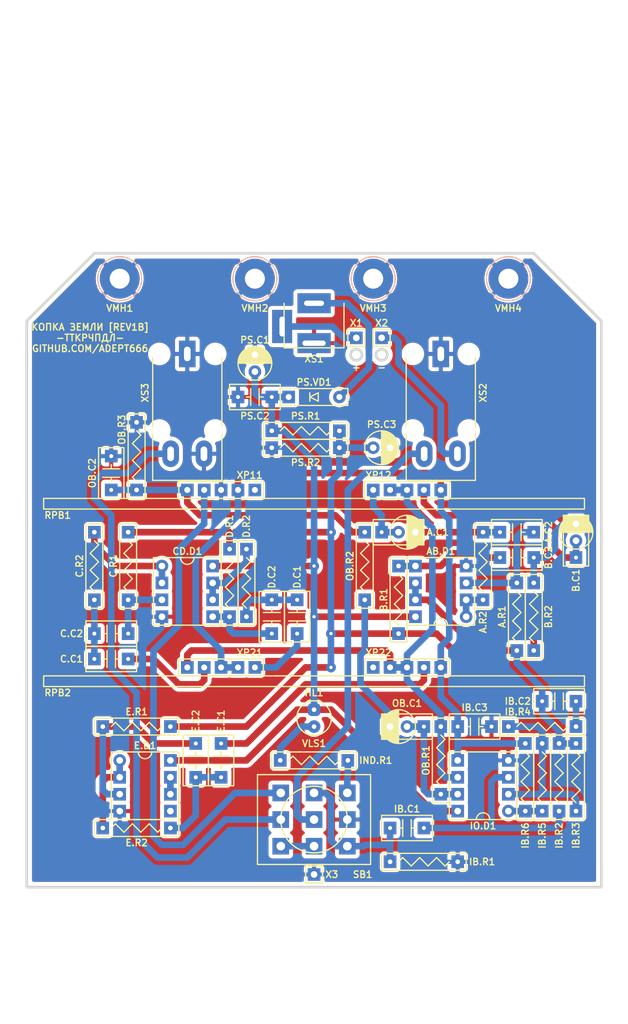
<source format=kicad_pcb>
(kicad_pcb (version 20171130) (host pcbnew 5.1.6-c6e7f7d~87~ubuntu19.10.1)
  (title_block (title "Копка Земли (Standard-Tuned)") (date 2023-03-01) (rev 1B) (company "Igor Ivanov") (comment 1 https://github.com/Adept666) (comment 2 "This project is licensed under GNU General Public License v3.0 or later"))
  (layers (0 F.Cu jumper) (31 B.Cu signal) (37 F.SilkS user) (38 B.Mask user) (39 F.Mask user) (44 Edge.Cuts user))
  (net 0 "")
  (net 1 COM)
  (net 2 "Net-(HL1-PadC)")
  (net 3 /LED)
  (net 4 /PP3-POS)
  (net 5 /PP3-NEG)
  (net 6 VREF)
  (net 7 "Net-(A.C2-Pad2)")
  (net 8 "Net-(IB.C1-Pad2)")
  (net 9 "Net-(IB.C2-Pad2)")
  (net 10 /CUT-RAIL)
  (net 11 "Net-(IB.R3-Pad2)")
  (net 12 "Net-(IB.R5-Pad2)")
  (net 13 /BOOST-RAIL)
  (net 14 "Net-(IO.D1-Pad7)")
  (net 15 "Net-(OB.C2-Pad1)")
  (net 16 "Net-(C.C1-Pad1)")
  (net 17 "Net-(C.C1-Pad2)")
  (net 18 "Net-(C.C2-Pad2)")
  (net 19 "Net-(D.C1-Pad1)")
  (net 20 "Net-(D.C1-Pad2)")
  (net 21 "Net-(E.C1-Pad1)")
  (net 22 "Net-(E.C1-Pad2)")
  (net 23 "Net-(E.C2-Pad2)")
  (net 24 "Net-(E.D1-Pad6)")
  (net 25 "Net-(A.R2-Pad2)")
  (net 26 "Net-(AB.D1-Pad5)")
  (net 27 "Net-(AB.D1-Pad6)")
  (net 28 "Net-(C.R2-Pad2)")
  (net 29 "Net-(CD.D1-Pad5)")
  (net 30 "Net-(CD.D1-Pad6)")
  (net 31 "Net-(E.D1-Pad1)")
  (net 32 "Net-(E.D1-Pad5)")
  (net 33 V)
  (net 34 "Net-(PS.VD1-PadA)")
  (net 35 /IN-CIR)
  (net 36 /IN-CON)
  (net 37 "Net-(SB1-PadNC1)")
  (net 38 /OUT-CIR)
  (net 39 /OUT-CON)
  (net 40 "Net-(A.C1-Pad+)")
  (net 41 "Net-(A.C1-Pad-)")
  (net 42 "Net-(B.C1-Pad+)")
  (net 43 "Net-(B.C1-Pad-)")
  (net 44 "Net-(OB.C1-Pad-)")
  (module KCL-TH-ML:CON-PAD-S-1.0-1.9 (layer F.Cu) (at 105.41 186.055)
    (fp_text reference X3 (at 1.5875 0) (layer F.SilkS) (effects (font (thickness 0.2)) (justify left)))
    (fp_text value COM)
    (pad 1 thru_hole rect (at 0 0) (size 1.9 1.9) (drill 1) (layers *.Cu *.Mask) (net 1 COM))
  )
  (module KCL-TH-ML:CON-PAD-S-1.0-1.9 (layer F.Cu) (at 115.57 105.41)
    (fp_text reference X2 (at 0 -2.2225) (layer F.SilkS) (effects (font (thickness 0.2))))
    (fp_text value -)
    (pad 1 thru_hole rect (at 0 0) (size 1.9 1.9) (drill 1) (layers *.Cu *.Mask) (net 5 /PP3-NEG))
  )
  (module KCL-TH-ML:CON-PAD-S-1.0-1.9 (layer F.Cu) (at 111.76 105.41)
    (fp_text reference X1 (at 0 -2.2225) (layer F.SilkS) (effects (font (thickness 0.2))))
    (fp_text value +)
    (pad 1 thru_hole rect (at 0 0) (size 1.9 1.9) (drill 1) (layers *.Cu *.Mask) (net 4 /PP3-POS))
  )
  (module KCL-TH-ML:VMH-STA-DA5-PNL-3.0 (layer F.Cu) (at 134.62 96.52)
    (fp_text reference VMH4 (at 0 4.445) (layer F.SilkS) (effects (font (thickness 0.2))))
    (fp_text value DI5M3x18)
    (pad 0 thru_hole circle (at 0 0) (size 6 6) (drill 3) (layers *.Cu *.Mask) (net 1 COM))
  )
  (module KCL-TH-ML:VMH-STA-DA5-PNL-3.0 (layer F.Cu) (at 114.3 96.52)
    (fp_text reference VMH3 (at 0 4.445) (layer F.SilkS) (effects (font (thickness 0.2))))
    (fp_text value DI5M3x18)
    (pad 0 thru_hole circle (at 0 0) (size 6 6) (drill 3) (layers *.Cu *.Mask) (net 1 COM))
  )
  (module KCL-TH-ML:VMH-STA-DA5-PNL-3.0 (layer F.Cu) (at 96.52 96.52)
    (fp_text reference VMH2 (at 0 4.445) (layer F.SilkS) (effects (font (thickness 0.2))))
    (fp_text value DI5M3x18)
    (pad 0 thru_hole circle (at 0 0) (size 6 6) (drill 3) (layers *.Cu *.Mask) (net 1 COM))
  )
  (module KCL-TH-ML:VMH-STA-DA5-PNL-3.0 (layer F.Cu) (at 76.2 96.52)
    (fp_text reference VMH1 (at 0 4.445) (layer F.SilkS) (effects (font (thickness 0.2))))
    (fp_text value DI5M3x18)
    (pad 0 thru_hole circle (at 0 0) (size 6 6) (drill 3) (layers *.Cu *.Mask) (net 1 COM))
  )
  (module KCL-VIRTUAL:VLS-BR (layer F.Cu) (at 105.41 162.56)
    (fp_text reference VLS1 (at 0 3.81) (layer F.SilkS) (effects (font (thickness 0.2))))
    (fp_text value BR-12.7)
  )
  (module KCL-TH-ML:LED-ROUND-05.0-UNI-SH-SPACER-PNL-5.3 (layer F.Cu) (at 105.41 162.56 90)
    (fp_text reference HL1 (at 3.81 0 180) (layer F.SilkS) (effects (font (thickness 0.2))))
    (fp_text value FYL-5013UWC)
    (pad C thru_hole circle (at -1.27 0 90) (size 1.9 1.9) (drill 0.7) (layers *.Cu *.Mask) (net 2 "Net-(HL1-PadC)"))
    (pad A thru_hole roundrect (at 1.27 0 90) (size 1.9 1.9) (drill 0.7) (layers *.Cu *.Mask) (roundrect_rratio 0.3) (net 33 V))
  )
  (module KCL-VIRTUAL:B-PP3-HV (layer F.Cu) (at 105.41 196.85)
    (fp_text reference GB1 hide)
    (fp_text value PP3 hide)
  )
  (module SBKCL-TH-ML:RPB-1590BB-18-3x17-1.6-PNL-7.4-2.8 (layer F.Cu) (at 105.41 143.71)
    (fp_text reference RPB2 (at -40.64 15.04) (layer F.SilkS) (effects (font (thickness 0.2)) (justify left)))
    (fp_text value B50K-B50K-B50K)
    (fp_text user XP21 (at -7.62 9.0075) (layer F.SilkS) (effects (font (thickness 0.2)) (justify right)))
    (fp_text user XP22 (at 7.62 9.0075) (layer F.SilkS) (effects (font (thickness 0.2)) (justify left)))
    (pad 22 thru_hole rect (at 8.89 11.23) (size 1.9 1.9) (drill 0.9) (layers *.Cu *.Mask) (net 19 "Net-(D.C1-Pad1)"))
    (pad 23 thru_hole rect (at 11.43 11.23) (size 1.9 1.9) (drill 0.9) (layers *.Cu *.Mask) (net 13 /BOOST-RAIL))
    (pad 33 thru_hole rect (at 13.97 11.23) (size 1.9 1.9) (drill 0.9) (layers *.Cu *.Mask) (net 13 /BOOST-RAIL))
    (pad 32 thru_hole rect (at 16.51 11.23) (size 1.9 1.9) (drill 0.9) (layers *.Cu *.Mask) (net 21 "Net-(E.C1-Pad1)"))
    (pad 31 thru_hole rect (at 19.05 11.23) (size 1.9 1.9) (drill 0.9) (layers *.Cu *.Mask) (net 10 /CUT-RAIL))
    (pad 22 thru_hole rect (at -8.89 11.23) (size 1.9 1.9) (drill 0.9) (layers *.Cu *.Mask) (net 19 "Net-(D.C1-Pad1)"))
    (pad 12 thru_hole rect (at -16.51 11.23) (size 1.9 1.9) (drill 0.9) (layers *.Cu *.Mask) (net 16 "Net-(C.C1-Pad1)"))
    (pad 11 thru_hole rect (at -13.97 11.23) (size 1.9 1.9) (drill 0.9) (layers *.Cu *.Mask) (net 10 /CUT-RAIL))
    (pad 13 thru_hole rect (at -19.05 11.23) (size 1.9 1.9) (drill 0.9) (layers *.Cu *.Mask) (net 13 /BOOST-RAIL))
    (pad 21 thru_hole rect (at -11.43 11.23) (size 1.9 1.9) (drill 0.9) (layers *.Cu *.Mask) (net 10 /CUT-RAIL))
  )
  (module SBKCL-TH-ML:RPB-1590BB-18-3x17-1.6-PNL-7.4-2.8 (layer F.Cu) (at 105.41 117.04)
    (fp_text reference RPB1 (at -40.64 15.04) (layer F.SilkS) (effects (font (thickness 0.2)) (justify left)))
    (fp_text value B50K-B50K-B50K)
    (fp_text user XP11 (at -7.62 9.0075) (layer F.SilkS) (effects (font (thickness 0.2)) (justify right)))
    (fp_text user XP12 (at 7.62 9.0075) (layer F.SilkS) (effects (font (thickness 0.2)) (justify left)))
    (pad 22 thru_hole rect (at 8.89 11.23) (size 1.9 1.9) (drill 0.9) (layers *.Cu *.Mask) (net 40 "Net-(A.C1-Pad+)"))
    (pad 23 thru_hole rect (at 11.43 11.23) (size 1.9 1.9) (drill 0.9) (layers *.Cu *.Mask) (net 13 /BOOST-RAIL))
    (pad 33 thru_hole rect (at 13.97 11.23) (size 1.9 1.9) (drill 0.9) (layers *.Cu *.Mask) (net 13 /BOOST-RAIL))
    (pad 32 thru_hole rect (at 16.51 11.23) (size 1.9 1.9) (drill 0.9) (layers *.Cu *.Mask) (net 42 "Net-(B.C1-Pad+)"))
    (pad 31 thru_hole rect (at 19.05 11.23) (size 1.9 1.9) (drill 0.9) (layers *.Cu *.Mask) (net 10 /CUT-RAIL))
    (pad 22 thru_hole rect (at -8.89 11.23) (size 1.9 1.9) (drill 0.9) (layers *.Cu *.Mask) (net 40 "Net-(A.C1-Pad+)"))
    (pad 12 thru_hole rect (at -16.51 11.23) (size 1.9 1.9) (drill 0.9) (layers *.Cu *.Mask) (net 38 /OUT-CIR))
    (pad 11 thru_hole rect (at -13.97 11.23) (size 1.9 1.9) (drill 0.9) (layers *.Cu *.Mask) (net 1 COM))
    (pad 13 thru_hole rect (at -19.05 11.23) (size 1.9 1.9) (drill 0.9) (layers *.Cu *.Mask) (net 15 "Net-(OB.C2-Pad1)"))
    (pad 21 thru_hole rect (at -11.43 11.23) (size 1.9 1.9) (drill 0.9) (layers *.Cu *.Mask) (net 10 /CUT-RAIL))
  )
  (module SBKCL-TH-ML:CON-ST-008X-04 (layer F.Cu) (at 124.46 100.33 180)
    (fp_text reference XS2 (at -6.35 -13.335 270) (layer F.SilkS) (effects (font (thickness 0.2))))
    (fp_text value PJ-309)
    (pad "" np_thru_hole circle (at 4.2 -7.5 180) (size 2.2 2.2) (drill 2.2) (layers *.Cu *.Mask))
    (pad "" np_thru_hole circle (at -4.2 -7.5 180) (size 2.2 2.2) (drill 2.2) (layers *.Cu *.Mask))
    (pad "" np_thru_hole circle (at 4.2 -19 180) (size 2.2 2.2) (drill 2.2) (layers *.Cu *.Mask))
    (pad R thru_hole oval (at -2.5 -22.5 180) (size 2.5 4) (drill oval 1 2.2) (layers *.Cu *.Mask) (net 5 /PP3-NEG))
    (pad T thru_hole oval (at 2.5 -22.5 180) (size 2.5 4) (drill oval 1 2.2) (layers *.Cu *.Mask) (net 36 /IN-CON))
    (pad S thru_hole rect (at 0 -7.5 180) (size 2.5 4) (drill oval 1 2.2) (layers *.Cu *.Mask) (net 1 COM))
    (pad "" np_thru_hole circle (at -4.2 -19 180) (size 2.2 2.2) (drill 2.2) (layers *.Cu *.Mask))
  )
  (module SBKCL-TH-ML:CON-ST-008X-04 (layer F.Cu) (at 86.36 100.33 180)
    (fp_text reference XS3 (at 6.35 -13.335 270) (layer F.SilkS) (effects (font (thickness 0.2))))
    (fp_text value PJ-309)
    (pad "" np_thru_hole circle (at 4.2 -7.5 180) (size 2.2 2.2) (drill 2.2) (layers *.Cu *.Mask))
    (pad "" np_thru_hole circle (at -4.2 -7.5 180) (size 2.2 2.2) (drill 2.2) (layers *.Cu *.Mask))
    (pad "" np_thru_hole circle (at 4.2 -19 180) (size 2.2 2.2) (drill 2.2) (layers *.Cu *.Mask))
    (pad R thru_hole oval (at -2.5 -22.5 180) (size 2.5 4) (drill oval 1 2.2) (layers *.Cu *.Mask) (net 1 COM))
    (pad T thru_hole oval (at 2.5 -22.5 180) (size 2.5 4) (drill oval 1 2.2) (layers *.Cu *.Mask) (net 39 /OUT-CON))
    (pad S thru_hole rect (at 0 -7.5 180) (size 2.5 4) (drill oval 1 2.2) (layers *.Cu *.Mask) (net 1 COM))
    (pad "" np_thru_hole circle (at -4.2 -19 180) (size 2.2 2.2) (drill 2.2) (layers *.Cu *.Mask))
  )
  (module KCL-TH-ML:SW-PBS-24-302SP-2.5-PNL-13.0 (layer F.Cu) (at 105.41 177.8)
    (fp_text reference SB1 (at 8.89 8.255) (layer F.SilkS) (effects (font (thickness 0.2)) (justify right)))
    (fp_text value PBS-24-302SP)
    (pad COM3 thru_hole rect (at 5 0) (size 2.5 2.5) (drill 1.3) (layers *.Cu *.Mask) (net 1 COM))
    (pad NC3 thru_hole rect (at 5 4) (size 2.5 2.5) (drill 1.3) (layers *.Cu *.Mask) (net 35 /IN-CIR))
    (pad NO3 thru_hole rect (at 5 -4) (size 2.5 2.5) (drill 1.3) (layers *.Cu *.Mask) (net 3 /LED))
    (pad COM2 thru_hole rect (at 0 0) (size 2.5 2.5) (drill 1.3) (layers *.Cu *.Mask) (net 36 /IN-CON))
    (pad NC2 thru_hole rect (at 0 4) (size 2.5 2.5) (drill 1.3) (layers *.Cu *.Mask) (net 37 "Net-(SB1-PadNC1)"))
    (pad NO2 thru_hole rect (at 0 -4) (size 2.5 2.5) (drill 1.3) (layers *.Cu *.Mask) (net 35 /IN-CIR))
    (pad NO1 thru_hole rect (at -5 -4) (size 2.5 2.5) (drill 1.3) (layers *.Cu *.Mask) (net 38 /OUT-CIR))
    (pad COM1 thru_hole rect (at -5 0) (size 2.5 2.5) (drill 1.3) (layers *.Cu *.Mask) (net 39 /OUT-CON))
    (pad NC1 thru_hole rect (at -5 4) (size 2.5 2.5) (drill 1.3) (layers *.Cu *.Mask) (net 37 "Net-(SB1-PadNC1)"))
  )
  (module SBKCL-TH-ML:C-DISK-D04.2-T03.0-P05.08-d0.5-OR-CP-RADIAL-D05.0-P02.0-CLS (layer F.Cu) (at 119.38 163.83 180)
    (fp_text reference OB.C1 (at 0 3.4925) (layer F.SilkS) (effects (font (thickness 0.2))))
    (fp_text value 105)
    (pad - thru_hole rect (at 2.54 0 180) (size 1.9 1.9) (drill 1) (layers *.Cu *.Mask) (net 44 "Net-(OB.C1-Pad-)"))
    (pad + thru_hole circle (at 0 0 180) (size 1.9 1.9) (drill 1) (layers *.Cu *.Mask) (net 14 "Net-(IO.D1-Pad7)"))
    (pad + thru_hole rect (at -2.54 0 180) (size 1.9 1.9) (drill 0.6) (layers *.Cu *.Mask) (net 14 "Net-(IO.D1-Pad7)"))
  )
  (module SBKCL-TH-ML:C-DISK-D04.2-T03.0-P05.08-d0.5-OR-CP-RADIAL-D05.0-P02.0-CLS (layer F.Cu) (at 144.78 135.89 90)
    (fp_text reference B.C1 (at -4.1275 0 90) (layer F.SilkS) (effects (font (thickness 0.2)) (justify right)))
    (fp_text value 105)
    (pad - thru_hole rect (at 2.54 0 90) (size 1.9 1.9) (drill 1) (layers *.Cu *.Mask) (net 43 "Net-(B.C1-Pad-)"))
    (pad + thru_hole circle (at 0 0 90) (size 1.9 1.9) (drill 1) (layers *.Cu *.Mask) (net 42 "Net-(B.C1-Pad+)"))
    (pad + thru_hole rect (at -2.54 0 90) (size 1.9 1.9) (drill 0.6) (layers *.Cu *.Mask) (net 42 "Net-(B.C1-Pad+)"))
  )
  (module SBKCL-TH-ML:C-DISK-D04.2-T03.0-P05.08-d0.5-OR-CP-RADIAL-D05.0-P02.0-CLS (layer F.Cu) (at 118.11 134.62)
    (fp_text reference A.C1 (at 4.1275 0) (layer F.SilkS) (effects (font (thickness 0.2)) (justify left)))
    (fp_text value 105)
    (pad + thru_hole rect (at -2.54 0) (size 1.9 1.9) (drill 0.6) (layers *.Cu *.Mask) (net 40 "Net-(A.C1-Pad+)"))
    (pad + thru_hole circle (at 0 0) (size 1.9 1.9) (drill 1) (layers *.Cu *.Mask) (net 40 "Net-(A.C1-Pad+)"))
    (pad - thru_hole rect (at 2.54 0) (size 1.9 1.9) (drill 1) (layers *.Cu *.Mask) (net 41 "Net-(A.C1-Pad-)"))
  )
  (module KCL-TH-ML:CP-RADIAL-D05.0-P02.0-CLS (layer F.Cu) (at 115.57 121.92)
    (fp_text reference PS.C3 (at 0 -3.4925) (layer F.SilkS) (effects (font (thickness 0.2))))
    (fp_text value 476)
    (pad - thru_hole roundrect (at 1.27 0) (size 1.9 1.9) (drill 1) (layers *.Cu *.Mask) (roundrect_rratio 0.3) (net 1 COM))
    (pad + thru_hole circle (at -1.27 0) (size 1.9 1.9) (drill 1) (layers *.Cu *.Mask) (net 6 VREF))
  )
  (module KCL-TH-ML:CP-RADIAL-D05.0-P02.0-CLS (layer F.Cu) (at 96.52 109.22 90)
    (fp_text reference PS.C1 (at 3.4925 0 180) (layer F.SilkS) (effects (font (thickness 0.2))))
    (fp_text value 107)
    (pad + thru_hole circle (at -1.27 0 90) (size 1.9 1.9) (drill 1) (layers *.Cu *.Mask) (net 33 V))
    (pad - thru_hole roundrect (at 1.27 0 90) (size 1.9 1.9) (drill 1) (layers *.Cu *.Mask) (roundrect_rratio 0.3) (net 1 COM))
  )
  (module KCL-TH-ML:C-DISK-D04.2-T03.0-P05.08-d0.5 (layer F.Cu) (at 96.52 114.3 180)
    (fp_text reference PS.C2 (at 0 -2.8575) (layer F.SilkS) (effects (font (thickness 0.2))))
    (fp_text value 104)
    (pad 1 thru_hole rect (at -2.54 0 180) (size 1.9 1.9) (drill 0.6) (layers *.Cu *.Mask) (net 33 V))
    (pad 2 thru_hole rect (at 2.54 0 180) (size 1.9 1.9) (drill 0.6) (layers *.Cu *.Mask) (net 1 COM))
  )
  (module KCL-TH-ML:C-DISK-D04.2-T03.0-P05.08-d0.5 (layer F.Cu) (at 74.93 125.73 90)
    (fp_text reference OB.C2 (at 0 -2.8575 90) (layer F.SilkS) (effects (font (thickness 0.2))))
    (fp_text value 103)
    (pad 1 thru_hole rect (at -2.54 0 90) (size 1.9 1.9) (drill 0.6) (layers *.Cu *.Mask) (net 15 "Net-(OB.C2-Pad1)"))
    (pad 2 thru_hole rect (at 2.54 0 90) (size 1.9 1.9) (drill 0.6) (layers *.Cu *.Mask) (net 1 COM))
  )
  (module KCL-TH-ML:C-DISK-D04.2-T03.0-P05.08-d0.5 (layer F.Cu) (at 129.54 163.83)
    (fp_text reference IB.C3 (at 0 -2.8575) (layer F.SilkS) (effects (font (thickness 0.2))))
    (fp_text value 151)
    (pad 1 thru_hole rect (at -2.54 0) (size 1.9 1.9) (drill 0.6) (layers *.Cu *.Mask) (net 10 /CUT-RAIL))
    (pad 2 thru_hole rect (at 2.54 0) (size 1.9 1.9) (drill 0.6) (layers *.Cu *.Mask) (net 1 COM))
  )
  (module KCL-TH-ML:C-DISK-D04.2-T03.0-P05.08-d0.5 (layer F.Cu) (at 142.24 160.02)
    (fp_text reference IB.C2 (at -4.1275 0) (layer F.SilkS) (effects (font (thickness 0.2)) (justify right)))
    (fp_text value 103)
    (pad 1 thru_hole rect (at -2.54 0) (size 1.9 1.9) (drill 0.6) (layers *.Cu *.Mask) (net 6 VREF))
    (pad 2 thru_hole rect (at 2.54 0) (size 1.9 1.9) (drill 0.6) (layers *.Cu *.Mask) (net 9 "Net-(IB.C2-Pad2)"))
  )
  (module KCL-TH-ML:C-DISK-D04.2-T03.0-P05.08-d0.5 (layer F.Cu) (at 119.38 179.07)
    (fp_text reference IB.C1 (at 0 -2.8575) (layer F.SilkS) (effects (font (thickness 0.2))))
    (fp_text value 103)
    (pad 1 thru_hole rect (at -2.54 0) (size 1.9 1.9) (drill 0.6) (layers *.Cu *.Mask) (net 35 /IN-CIR))
    (pad 2 thru_hole rect (at 2.54 0) (size 1.9 1.9) (drill 0.6) (layers *.Cu *.Mask) (net 8 "Net-(IB.C1-Pad2)"))
  )
  (module KCL-TH-ML:C-DISK-D04.2-T03.0-P05.08-d0.5 (layer F.Cu) (at 87.63 168.91 90)
    (fp_text reference E.C2 (at 4.1275 0 90) (layer F.SilkS) (effects (font (thickness 0.2)) (justify left)))
    (fp_text value 681)
    (pad 1 thru_hole rect (at -2.54 0 90) (size 1.9 1.9) (drill 0.6) (layers *.Cu *.Mask) (net 22 "Net-(E.C1-Pad2)"))
    (pad 2 thru_hole rect (at 2.54 0 90) (size 1.9 1.9) (drill 0.6) (layers *.Cu *.Mask) (net 23 "Net-(E.C2-Pad2)"))
  )
  (module KCL-TH-ML:C-DISK-D04.2-T03.0-P05.08-d0.5 (layer F.Cu) (at 91.44 168.91 270)
    (fp_text reference E.C1 (at -4.1275 0 90) (layer F.SilkS) (effects (font (thickness 0.2)) (justify left)))
    (fp_text value 223)
    (pad 1 thru_hole rect (at -2.54 0 270) (size 1.9 1.9) (drill 0.6) (layers *.Cu *.Mask) (net 21 "Net-(E.C1-Pad1)"))
    (pad 2 thru_hole rect (at 2.54 0 270) (size 1.9 1.9) (drill 0.6) (layers *.Cu *.Mask) (net 22 "Net-(E.C1-Pad2)"))
  )
  (module KCL-TH-ML:C-DISK-D04.2-T03.0-P05.08-d0.5 (layer F.Cu) (at 99.06 147.32 270)
    (fp_text reference D.C2 (at -4.1275 0 90) (layer F.SilkS) (effects (font (thickness 0.2)) (justify left)))
    (fp_text value 332)
    (pad 1 thru_hole rect (at -2.54 0 270) (size 1.9 1.9) (drill 0.6) (layers *.Cu *.Mask) (net 20 "Net-(D.C1-Pad2)"))
    (pad 2 thru_hole rect (at 2.54 0 270) (size 1.9 1.9) (drill 0.6) (layers *.Cu *.Mask) (net 29 "Net-(CD.D1-Pad5)"))
  )
  (module KCL-TH-ML:C-DISK-D04.2-T03.0-P05.08-d0.5 (layer F.Cu) (at 102.87 147.32 90)
    (fp_text reference D.C1 (at 4.1275 0 90) (layer F.SilkS) (effects (font (thickness 0.2)) (justify left)))
    (fp_text value 333)
    (pad 2 thru_hole rect (at 2.54 0 90) (size 1.9 1.9) (drill 0.6) (layers *.Cu *.Mask) (net 20 "Net-(D.C1-Pad2)"))
    (pad 1 thru_hole rect (at -2.54 0 90) (size 1.9 1.9) (drill 0.6) (layers *.Cu *.Mask) (net 19 "Net-(D.C1-Pad1)"))
  )
  (module KCL-TH-ML:C-DISK-D04.2-T03.0-P05.08-d0.5 (layer F.Cu) (at 74.93 149.86)
    (fp_text reference C.C2 (at -4.1275 0) (layer F.SilkS) (effects (font (thickness 0.2)) (justify right)))
    (fp_text value 472)
    (pad 2 thru_hole rect (at 2.54 0) (size 1.9 1.9) (drill 0.6) (layers *.Cu *.Mask) (net 18 "Net-(C.C2-Pad2)"))
    (pad 1 thru_hole rect (at -2.54 0) (size 1.9 1.9) (drill 0.6) (layers *.Cu *.Mask) (net 17 "Net-(C.C1-Pad2)"))
  )
  (module KCL-TH-ML:C-DISK-D04.2-T03.0-P05.08-d0.5 (layer F.Cu) (at 74.93 153.67 180)
    (fp_text reference C.C1 (at 4.1275 0) (layer F.SilkS) (effects (font (thickness 0.2)) (justify right)))
    (fp_text value 224)
    (pad 2 thru_hole rect (at 2.54 0 180) (size 1.9 1.9) (drill 0.6) (layers *.Cu *.Mask) (net 17 "Net-(C.C1-Pad2)"))
    (pad 1 thru_hole rect (at -2.54 0 180) (size 1.9 1.9) (drill 0.6) (layers *.Cu *.Mask) (net 16 "Net-(C.C1-Pad1)"))
  )
  (module KCL-TH-ML:C-DISK-D04.2-T03.0-P05.08-d0.5 (layer F.Cu) (at 135.89 138.43 180)
    (fp_text reference B.C2 (at -4.7625 0 270) (layer F.SilkS) (effects (font (thickness 0.2))))
    (fp_text value 682)
    (pad 1 thru_hole rect (at -2.54 0 180) (size 1.9 1.9) (drill 0.6) (layers *.Cu *.Mask) (net 43 "Net-(B.C1-Pad-)"))
    (pad 2 thru_hole rect (at 2.54 0 180) (size 1.9 1.9) (drill 0.6) (layers *.Cu *.Mask) (net 26 "Net-(AB.D1-Pad5)"))
  )
  (module KCL-TH-ML:C-DISK-D04.2-T03.0-P05.08-d0.5 (layer F.Cu) (at 135.89 134.62)
    (fp_text reference A.C2 (at 4.7625 0 90) (layer F.SilkS) (effects (font (thickness 0.2))))
    (fp_text value 473)
    (pad 2 thru_hole rect (at 2.54 0) (size 1.9 1.9) (drill 0.6) (layers *.Cu *.Mask) (net 7 "Net-(A.C2-Pad2)"))
    (pad 1 thru_hole rect (at -2.54 0) (size 1.9 1.9) (drill 0.6) (layers *.Cu *.Mask) (net 41 "Net-(A.C1-Pad-)"))
  )
  (module KCL-TH-ML:R-MFR-25 (layer F.Cu) (at 105.41 168.91 180)
    (fp_text reference IND.R1 (at -6.6675 0) (layer F.SilkS) (effects (font (thickness 0.2)) (justify left)))
    (fp_text value 103)
    (pad 1 thru_hole rect (at -5.08 0 180) (size 1.9 1.9) (drill 0.7) (layers *.Cu *.Mask) (net 3 /LED))
    (pad 2 thru_hole rect (at 5.08 0 180) (size 1.9 1.9) (drill 0.7) (layers *.Cu *.Mask) (net 2 "Net-(HL1-PadC)"))
  )
  (module KCL-TH-ML:R-MFR-25 (layer F.Cu) (at 104.14 121.92)
    (fp_text reference PS.R2 (at 0 2.2225) (layer F.SilkS) (effects (font (thickness 0.2))))
    (fp_text value 473)
    (pad 1 thru_hole rect (at -5.08 0) (size 1.9 1.9) (drill 0.7) (layers *.Cu *.Mask) (net 1 COM))
    (pad 2 thru_hole rect (at 5.08 0) (size 1.9 1.9) (drill 0.7) (layers *.Cu *.Mask) (net 6 VREF))
  )
  (module KCL-TH-ML:R-MFR-25 (layer F.Cu) (at 104.14 119.38 180)
    (fp_text reference PS.R1 (at 0 2.2225) (layer F.SilkS) (effects (font (thickness 0.2))))
    (fp_text value 473)
    (pad 1 thru_hole rect (at -5.08 0 180) (size 1.9 1.9) (drill 0.7) (layers *.Cu *.Mask) (net 6 VREF))
    (pad 2 thru_hole rect (at 5.08 0 180) (size 1.9 1.9) (drill 0.7) (layers *.Cu *.Mask) (net 33 V))
  )
  (module KCL-TH-ML:R-MFR-25 (layer F.Cu) (at 78.74 123.19 270)
    (fp_text reference OB.R3 (at -6.35 2.2225 90) (layer F.SilkS) (effects (font (thickness 0.2)) (justify right)))
    (fp_text value 103)
    (pad 1 thru_hole rect (at -5.08 0 270) (size 1.9 1.9) (drill 0.7) (layers *.Cu *.Mask) (net 1 COM))
    (pad 2 thru_hole rect (at 5.08 0 270) (size 1.9 1.9) (drill 0.7) (layers *.Cu *.Mask) (net 15 "Net-(OB.C2-Pad1)"))
  )
  (module KCL-TH-ML:R-MFR-25 (layer F.Cu) (at 113.03 139.7 90)
    (fp_text reference OB.R2 (at 0 -2.2225 90) (layer F.SilkS) (effects (font (thickness 0.2))))
    (fp_text value 103)
    (pad 2 thru_hole rect (at 5.08 0 90) (size 1.9 1.9) (drill 0.7) (layers *.Cu *.Mask) (net 15 "Net-(OB.C2-Pad1)"))
    (pad 1 thru_hole rect (at -5.08 0 90) (size 1.9 1.9) (drill 0.7) (layers *.Cu *.Mask) (net 44 "Net-(OB.C1-Pad-)"))
  )
  (module KCL-TH-ML:R-MFR-25 (layer F.Cu) (at 124.46 168.91 270)
    (fp_text reference OB.R1 (at 0 2.2225 90) (layer F.SilkS) (effects (font (thickness 0.2))))
    (fp_text value 103)
    (pad 2 thru_hole rect (at 5.08 0 270) (size 1.9 1.9) (drill 0.7) (layers *.Cu *.Mask) (net 14 "Net-(IO.D1-Pad7)"))
    (pad 1 thru_hole rect (at -5.08 0 270) (size 1.9 1.9) (drill 0.7) (layers *.Cu *.Mask) (net 13 /BOOST-RAIL))
  )
  (module KCL-TH-ML:R-MFR-25 (layer F.Cu) (at 137.16 171.45 90)
    (fp_text reference IB.R6 (at -6.6675 0 90) (layer F.SilkS) (effects (font (thickness 0.2)) (justify right)))
    (fp_text value 103)
    (pad 1 thru_hole rect (at -5.08 0 90) (size 1.9 1.9) (drill 0.7) (layers *.Cu *.Mask) (net 12 "Net-(IB.R5-Pad2)"))
    (pad 2 thru_hole rect (at 5.08 0 90) (size 1.9 1.9) (drill 0.7) (layers *.Cu *.Mask) (net 10 /CUT-RAIL))
  )
  (module KCL-TH-ML:R-MFR-25 (layer F.Cu) (at 139.7 171.45 270)
    (fp_text reference IB.R5 (at 6.6675 0 90) (layer F.SilkS) (effects (font (thickness 0.2)) (justify right)))
    (fp_text value 103)
    (pad 1 thru_hole rect (at -5.08 0 270) (size 1.9 1.9) (drill 0.7) (layers *.Cu *.Mask) (net 11 "Net-(IB.R3-Pad2)"))
    (pad 2 thru_hole rect (at 5.08 0 270) (size 1.9 1.9) (drill 0.7) (layers *.Cu *.Mask) (net 12 "Net-(IB.R5-Pad2)"))
  )
  (module KCL-TH-ML:R-MFR-25 (layer F.Cu) (at 139.7 163.83 180)
    (fp_text reference IB.R4 (at 1.5875 2.2225) (layer F.SilkS) (effects (font (thickness 0.2)) (justify right)))
    (fp_text value 102)
    (pad 1 thru_hole rect (at -5.08 0 180) (size 1.9 1.9) (drill 0.7) (layers *.Cu *.Mask) (net 9 "Net-(IB.C2-Pad2)"))
    (pad 2 thru_hole rect (at 5.08 0 180) (size 1.9 1.9) (drill 0.7) (layers *.Cu *.Mask) (net 11 "Net-(IB.R3-Pad2)"))
  )
  (module KCL-TH-ML:R-MFR-25 (layer F.Cu) (at 144.78 171.45 270)
    (fp_text reference IB.R3 (at 6.6675 0 90) (layer F.SilkS) (effects (font (thickness 0.2)) (justify right)))
    (fp_text value 103)
    (pad 1 thru_hole rect (at -5.08 0 270) (size 1.9 1.9) (drill 0.7) (layers *.Cu *.Mask) (net 6 VREF))
    (pad 2 thru_hole rect (at 5.08 0 270) (size 1.9 1.9) (drill 0.7) (layers *.Cu *.Mask) (net 11 "Net-(IB.R3-Pad2)"))
  )
  (module KCL-TH-ML:R-MFR-25 (layer F.Cu) (at 142.24 171.45 270)
    (fp_text reference IB.R2 (at 6.6675 0 90) (layer F.SilkS) (effects (font (thickness 0.2)) (justify right)))
    (fp_text value 474)
    (pad 1 thru_hole rect (at -5.08 0 270) (size 1.9 1.9) (drill 0.7) (layers *.Cu *.Mask) (net 6 VREF))
    (pad 2 thru_hole rect (at 5.08 0 270) (size 1.9 1.9) (drill 0.7) (layers *.Cu *.Mask) (net 8 "Net-(IB.C1-Pad2)"))
  )
  (module KCL-TH-ML:R-MFR-25 (layer F.Cu) (at 121.92 184.15 180)
    (fp_text reference IB.R1 (at -6.6675 0) (layer F.SilkS) (effects (font (thickness 0.2)) (justify left)))
    (fp_text value 225)
    (pad 1 thru_hole rect (at -5.08 0 180) (size 1.9 1.9) (drill 0.7) (layers *.Cu *.Mask) (net 1 COM))
    (pad 2 thru_hole rect (at 5.08 0 180) (size 1.9 1.9) (drill 0.7) (layers *.Cu *.Mask) (net 35 /IN-CIR))
  )
  (module KCL-TH-ML:R-MFR-25 (layer F.Cu) (at 78.74 179.07 180)
    (fp_text reference E.R2 (at 0 -2.2225) (layer F.SilkS) (effects (font (thickness 0.2))))
    (fp_text value 511)
    (pad 2 thru_hole rect (at 5.08 0 180) (size 1.9 1.9) (drill 0.7) (layers *.Cu *.Mask) (net 31 "Net-(E.D1-Pad1)"))
    (pad 1 thru_hole rect (at -5.08 0 180) (size 1.9 1.9) (drill 0.7) (layers *.Cu *.Mask) (net 22 "Net-(E.C1-Pad2)"))
  )
  (module KCL-TH-ML:R-MFR-25 (layer F.Cu) (at 78.74 163.83 180)
    (fp_text reference E.R1 (at 0 2.2225) (layer F.SilkS) (effects (font (thickness 0.2))))
    (fp_text value 124)
    (pad 2 thru_hole rect (at 5.08 0 180) (size 1.9 1.9) (drill 0.7) (layers *.Cu *.Mask) (net 23 "Net-(E.C2-Pad2)"))
    (pad 1 thru_hole rect (at -5.08 0 180) (size 1.9 1.9) (drill 0.7) (layers *.Cu *.Mask) (net 6 VREF))
  )
  (module KCL-TH-ML:R-MFR-25 (layer F.Cu) (at 95.25 142.24 90)
    (fp_text reference D.R2 (at 6.6675 0 90) (layer F.SilkS) (effects (font (thickness 0.2)) (justify left)))
    (fp_text value 821)
    (pad 2 thru_hole rect (at 5.08 0 90) (size 1.9 1.9) (drill 0.7) (layers *.Cu *.Mask) (net 30 "Net-(CD.D1-Pad6)"))
    (pad 1 thru_hole rect (at -5.08 0 90) (size 1.9 1.9) (drill 0.7) (layers *.Cu *.Mask) (net 20 "Net-(D.C1-Pad2)"))
  )
  (module KCL-TH-ML:R-MFR-25 (layer F.Cu) (at 92.71 142.24 270)
    (fp_text reference D.R1 (at -6.6675 0 90) (layer F.SilkS) (effects (font (thickness 0.2)) (justify left)))
    (fp_text value 104)
    (pad 1 thru_hole rect (at -5.08 0 270) (size 1.9 1.9) (drill 0.7) (layers *.Cu *.Mask) (net 6 VREF))
    (pad 2 thru_hole rect (at 5.08 0 270) (size 1.9 1.9) (drill 0.7) (layers *.Cu *.Mask) (net 29 "Net-(CD.D1-Pad5)"))
  )
  (module KCL-TH-ML:R-MFR-25 (layer F.Cu) (at 72.39 139.7 90)
    (fp_text reference C.R2 (at 0 -2.2225 90) (layer F.SilkS) (effects (font (thickness 0.2))))
    (fp_text value 511)
    (pad 2 thru_hole rect (at 5.08 0 90) (size 1.9 1.9) (drill 0.7) (layers *.Cu *.Mask) (net 28 "Net-(C.R2-Pad2)"))
    (pad 1 thru_hole rect (at -5.08 0 90) (size 1.9 1.9) (drill 0.7) (layers *.Cu *.Mask) (net 17 "Net-(C.C1-Pad2)"))
  )
  (module KCL-TH-ML:R-MFR-25 (layer F.Cu) (at 77.47 139.7 270)
    (fp_text reference C.R1 (at 0 2.2225 90) (layer F.SilkS) (effects (font (thickness 0.2))))
    (fp_text value 124)
    (pad 2 thru_hole rect (at 5.08 0 270) (size 1.9 1.9) (drill 0.7) (layers *.Cu *.Mask) (net 18 "Net-(C.C2-Pad2)"))
    (pad 1 thru_hole rect (at -5.08 0 270) (size 1.9 1.9) (drill 0.7) (layers *.Cu *.Mask) (net 6 VREF))
  )
  (module KCL-TH-ML:R-MFR-25 (layer F.Cu) (at 138.43 147.32 270)
    (fp_text reference B.R2 (at 0 -2.2225 90) (layer F.SilkS) (effects (font (thickness 0.2))))
    (fp_text value 471)
    (pad 2 thru_hole rect (at 5.08 0 270) (size 1.9 1.9) (drill 0.7) (layers *.Cu *.Mask) (net 27 "Net-(AB.D1-Pad6)"))
    (pad 1 thru_hole rect (at -5.08 0 270) (size 1.9 1.9) (drill 0.7) (layers *.Cu *.Mask) (net 43 "Net-(B.C1-Pad-)"))
  )
  (module KCL-TH-ML:R-MFR-25 (layer F.Cu) (at 118.11 144.78 90)
    (fp_text reference B.R1 (at 0 -2.2225 90) (layer F.SilkS) (effects (font (thickness 0.2))))
    (fp_text value 124)
    (pad 2 thru_hole rect (at 5.08 0 90) (size 1.9 1.9) (drill 0.7) (layers *.Cu *.Mask) (net 26 "Net-(AB.D1-Pad5)"))
    (pad 1 thru_hole rect (at -5.08 0 90) (size 1.9 1.9) (drill 0.7) (layers *.Cu *.Mask) (net 6 VREF))
  )
  (module KCL-TH-ML:R-MFR-25 (layer F.Cu) (at 130.81 139.7 270)
    (fp_text reference A.R2 (at 6.6675 0 90) (layer F.SilkS) (effects (font (thickness 0.2)) (justify right)))
    (fp_text value 471)
    (pad 2 thru_hole rect (at 5.08 0 270) (size 1.9 1.9) (drill 0.7) (layers *.Cu *.Mask) (net 25 "Net-(A.R2-Pad2)"))
    (pad 1 thru_hole rect (at -5.08 0 270) (size 1.9 1.9) (drill 0.7) (layers *.Cu *.Mask) (net 41 "Net-(A.C1-Pad-)"))
  )
  (module KCL-TH-ML:R-MFR-25 (layer F.Cu) (at 135.89 147.32 90)
    (fp_text reference A.R1 (at 0 -2.2225 90) (layer F.SilkS) (effects (font (thickness 0.2))))
    (fp_text value 104)
    (pad 2 thru_hole rect (at 5.08 0 90) (size 1.9 1.9) (drill 0.7) (layers *.Cu *.Mask) (net 7 "Net-(A.C2-Pad2)"))
    (pad 1 thru_hole rect (at -5.08 0 90) (size 1.9 1.9) (drill 0.7) (layers *.Cu *.Mask) (net 6 VREF))
  )
  (module KCL-TH-ML:CON-DC-005 (layer F.Cu) (at 105.41 92.71 180)
    (fp_text reference XS1 (at 0 -15.875) (layer F.SilkS) (effects (font (thickness 0.2))))
    (fp_text value DC-005)
    (pad C thru_hole rect (at 0 -13.5 180) (size 5 3) (drill oval 3.5 0.8) (layers *.Cu *.Mask) (net 1 COM))
    (pad SN thru_hole rect (at 4.8 -11 180) (size 3 5) (drill oval 0.8 3) (layers *.Cu *.Mask) (net 4 /PP3-POS))
    (pad S thru_hole rect (at 0 -7.5 180) (size 5 3) (drill oval 3 0.8) (layers *.Cu *.Mask) (net 34 "Net-(PS.VD1-PadA)"))
  )
  (module KCL-TH-ML:P-DIP-08 (layer F.Cu) (at 130.81 172.72 180)
    (fp_text reference IO.D1 (at 0 -6.0325) (layer F.SilkS) (effects (font (thickness 0.2))))
    (fp_text value 4558)
    (pad 8 thru_hole rect (at 3.81 -3.81 180) (size 1.9 1.9) (drill 1) (layers *.Cu *.Mask) (net 33 V))
    (pad 7 thru_hole rect (at 3.81 -1.27 180) (size 1.9 1.9) (drill 1) (layers *.Cu *.Mask) (net 14 "Net-(IO.D1-Pad7)"))
    (pad 6 thru_hole rect (at 3.81 1.27 180) (size 1.9 1.9) (drill 1) (layers *.Cu *.Mask) (net 13 /BOOST-RAIL))
    (pad 5 thru_hole rect (at 3.81 3.81 180) (size 1.9 1.9) (drill 1) (layers *.Cu *.Mask) (net 10 /CUT-RAIL))
    (pad 4 thru_hole rect (at -3.81 3.81 180) (size 1.9 1.9) (drill 1) (layers *.Cu *.Mask) (net 1 COM))
    (pad 3 thru_hole rect (at -3.81 1.27 180) (size 1.9 1.9) (drill 1) (layers *.Cu *.Mask) (net 8 "Net-(IB.C1-Pad2)"))
    (pad 2 thru_hole rect (at -3.81 -1.27 180) (size 1.9 1.9) (drill 1) (layers *.Cu *.Mask) (net 11 "Net-(IB.R3-Pad2)"))
    (pad 1 thru_hole circle (at -3.81 -3.81 180) (size 1.9 1.9) (drill 1) (layers *.Cu *.Mask) (net 12 "Net-(IB.R5-Pad2)"))
  )
  (module KCL-TH-ML:P-DIP-08 (layer F.Cu) (at 80.01 172.72)
    (fp_text reference E.D1 (at 0 -6.0325) (layer F.SilkS) (effects (font (thickness 0.2))))
    (fp_text value 4558)
    (pad 8 thru_hole rect (at 3.81 -3.81) (size 1.9 1.9) (drill 1) (layers *.Cu *.Mask) (net 33 V))
    (pad 7 thru_hole rect (at 3.81 -1.27) (size 1.9 1.9) (drill 1) (layers *.Cu *.Mask) (net 24 "Net-(E.D1-Pad6)"))
    (pad 6 thru_hole rect (at 3.81 1.27) (size 1.9 1.9) (drill 1) (layers *.Cu *.Mask) (net 24 "Net-(E.D1-Pad6)"))
    (pad 5 thru_hole rect (at 3.81 3.81) (size 1.9 1.9) (drill 1) (layers *.Cu *.Mask) (net 32 "Net-(E.D1-Pad5)"))
    (pad 4 thru_hole rect (at -3.81 3.81) (size 1.9 1.9) (drill 1) (layers *.Cu *.Mask) (net 1 COM))
    (pad 3 thru_hole rect (at -3.81 1.27) (size 1.9 1.9) (drill 1) (layers *.Cu *.Mask) (net 23 "Net-(E.C2-Pad2)"))
    (pad 2 thru_hole rect (at -3.81 -1.27) (size 1.9 1.9) (drill 1) (layers *.Cu *.Mask) (net 31 "Net-(E.D1-Pad1)"))
    (pad 1 thru_hole circle (at -3.81 -3.81) (size 1.9 1.9) (drill 1) (layers *.Cu *.Mask) (net 31 "Net-(E.D1-Pad1)"))
  )
  (module KCL-TH-ML:P-DIP-08 (layer F.Cu) (at 86.36 143.51)
    (fp_text reference CD.D1 (at 0 -6.0325) (layer F.SilkS) (effects (font (thickness 0.2))))
    (fp_text value 4558)
    (pad 8 thru_hole rect (at 3.81 -3.81) (size 1.9 1.9) (drill 1) (layers *.Cu *.Mask) (net 33 V))
    (pad 7 thru_hole rect (at 3.81 -1.27) (size 1.9 1.9) (drill 1) (layers *.Cu *.Mask) (net 30 "Net-(CD.D1-Pad6)"))
    (pad 6 thru_hole rect (at 3.81 1.27) (size 1.9 1.9) (drill 1) (layers *.Cu *.Mask) (net 30 "Net-(CD.D1-Pad6)"))
    (pad 5 thru_hole rect (at 3.81 3.81) (size 1.9 1.9) (drill 1) (layers *.Cu *.Mask) (net 29 "Net-(CD.D1-Pad5)"))
    (pad 4 thru_hole rect (at -3.81 3.81) (size 1.9 1.9) (drill 1) (layers *.Cu *.Mask) (net 1 COM))
    (pad 3 thru_hole rect (at -3.81 1.27) (size 1.9 1.9) (drill 1) (layers *.Cu *.Mask) (net 18 "Net-(C.C2-Pad2)"))
    (pad 2 thru_hole rect (at -3.81 -1.27) (size 1.9 1.9) (drill 1) (layers *.Cu *.Mask) (net 28 "Net-(C.R2-Pad2)"))
    (pad 1 thru_hole circle (at -3.81 -3.81) (size 1.9 1.9) (drill 1) (layers *.Cu *.Mask) (net 28 "Net-(C.R2-Pad2)"))
  )
  (module KCL-TH-ML:P-DIP-08 (layer F.Cu) (at 124.46 143.51 180)
    (fp_text reference AB.D1 (at 0 6.0325) (layer F.SilkS) (effects (font (thickness 0.2))))
    (fp_text value 4558)
    (pad 8 thru_hole rect (at 3.81 -3.81 180) (size 1.9 1.9) (drill 1) (layers *.Cu *.Mask) (net 33 V))
    (pad 7 thru_hole rect (at 3.81 -1.27 180) (size 1.9 1.9) (drill 1) (layers *.Cu *.Mask) (net 27 "Net-(AB.D1-Pad6)"))
    (pad 6 thru_hole rect (at 3.81 1.27 180) (size 1.9 1.9) (drill 1) (layers *.Cu *.Mask) (net 27 "Net-(AB.D1-Pad6)"))
    (pad 5 thru_hole rect (at 3.81 3.81 180) (size 1.9 1.9) (drill 1) (layers *.Cu *.Mask) (net 26 "Net-(AB.D1-Pad5)"))
    (pad 4 thru_hole rect (at -3.81 3.81 180) (size 1.9 1.9) (drill 1) (layers *.Cu *.Mask) (net 1 COM))
    (pad 3 thru_hole rect (at -3.81 1.27 180) (size 1.9 1.9) (drill 1) (layers *.Cu *.Mask) (net 7 "Net-(A.C2-Pad2)"))
    (pad 2 thru_hole rect (at -3.81 -1.27 180) (size 1.9 1.9) (drill 1) (layers *.Cu *.Mask) (net 25 "Net-(A.R2-Pad2)"))
    (pad 1 thru_hole circle (at -3.81 -3.81 180) (size 1.9 1.9) (drill 1) (layers *.Cu *.Mask) (net 25 "Net-(A.R2-Pad2)"))
  )
  (module KCL-TH-ML:P-DO-41 (layer F.Cu) (at 105.41 114.3 180)
    (fp_text reference PS.VD1 (at 0 2.2225) (layer F.SilkS) (effects (font (thickness 0.2))))
    (fp_text value 5817)
    (pad A thru_hole circle (at -3.81 0 180) (size 1.9 1.9) (drill 0.9) (layers *.Cu *.Mask) (net 34 "Net-(PS.VD1-PadA)"))
    (pad C thru_hole rect (at 3.81 0 180) (size 1.9 1.9) (drill 0.9) (layers *.Cu *.Mask) (net 33 V))
  )
  (module SBEL:1590BB_B1 (layer F.Cu) (at 105.41 148.59)
    (fp_text reference VE1 hide)
    (fp_text value 1590BB hide)
  )
  (gr_text - (at 115.57 109.855) (layer F.SilkS) (effects (font (size 1 1) (thickness 0.2))))
  (gr_text + (at 111.76 109.855) (layer F.SilkS) (effects (font (size 1 1) (thickness 0.2))))
  (gr_line (start 138.43 92.71) (end 148.59 102.87) (layer Edge.Cuts) (width 0.4))
  (gr_line (start 62.23 102.87) (end 72.39 92.71) (layer Edge.Cuts) (width 0.4))
  (gr_line (start 148.59 102.87) (end 148.59 187.96) (layer Edge.Cuts) (width 0.4))
  (gr_line (start 62.23 102.87) (end 62.23 187.96) (layer Edge.Cuts) (width 0.4))
  (gr_circle (center 115.57 107.95) (end 116.42 107.95) (layer Edge.Cuts) (width 0.4))
  (gr_circle (center 111.76 107.95) (end 112.61 107.95) (layer Edge.Cuts) (width 0.4))
  (gr_text "КОПКА ЗЕМЛИ [REV1B]\n-ТТКРЧПДЛ-\nGITHUB.COM/ADEPT666" (at 71.755 105.41) (layer F.SilkS) (effects (font (size 1 1) (thickness 0.2))))
  (gr_line (start 62.23 187.96) (end 148.59 187.96) (layer Edge.Cuts) (width 0.4))
  (gr_line (start 72.39 92.71) (end 138.43 92.71) (layer Edge.Cuts) (width 0.4))
  (segment (start 103.505 163.83) (end 105.41 163.83) (width 1) (layer B.Cu) (net 2))
  (segment (start 100.33 167.005) (end 103.505 163.83) (width 1) (layer B.Cu) (net 2))
  (segment (start 100.33 168.91) (end 100.33 167.005) (width 1) (layer B.Cu) (net 2))
  (segment (start 110.41 173.8) (end 110.41 171.53) (width 1) (layer B.Cu) (net 3))
  (segment (start 110.41 171.53) (end 110.49 171.45) (width 1) (layer B.Cu) (net 3))
  (segment (start 110.49 171.45) (end 110.49 168.91) (width 1) (layer B.Cu) (net 3))
  (segment (start 109.855 105.41) (end 111.76 105.41) (width 1) (layer B.Cu) (net 4))
  (segment (start 108.155 103.71) (end 109.855 105.41) (width 1) (layer B.Cu) (net 4))
  (segment (start 100.61 103.71) (end 108.155 103.71) (width 1) (layer B.Cu) (net 4))
  (segment (start 124.46 122.195) (end 125.095 122.83) (width 1) (layer B.Cu) (net 5))
  (segment (start 124.46 115.57) (end 124.46 122.195) (width 1) (layer B.Cu) (net 5))
  (segment (start 118.11 109.22) (end 124.46 115.57) (width 1) (layer B.Cu) (net 5))
  (segment (start 118.11 106.045) (end 118.11 109.22) (width 1) (layer B.Cu) (net 5))
  (segment (start 117.475 105.41) (end 118.11 106.045) (width 1) (layer B.Cu) (net 5))
  (segment (start 125.095 122.83) (end 126.96 122.83) (width 1) (layer B.Cu) (net 5))
  (segment (start 115.57 105.41) (end 117.475 105.41) (width 1) (layer B.Cu) (net 5))
  (via (at 107.95 134.62) (size 1.5) (drill 0.5) (layers F.Cu B.Cu) (net 6))
  (via (at 107.95 149.86) (size 1.5) (drill 0.5) (layers F.Cu B.Cu) (net 6))
  (via (at 107.95 154.94) (size 1.5) (drill 0.5) (layers F.Cu B.Cu) (net 6))
  (segment (start 142.24 166.37) (end 144.78 166.37) (width 1) (layer B.Cu) (net 6))
  (segment (start 92.71 137.16) (end 92.71 134.62) (width 1) (layer F.Cu) (net 6))
  (segment (start 92.71 134.62) (end 107.95 134.62) (width 1) (layer F.Cu) (net 6))
  (segment (start 77.47 134.62) (end 92.71 134.62) (width 1) (layer F.Cu) (net 6))
  (segment (start 139.7 161.925) (end 142.24 164.465) (width 1) (layer B.Cu) (net 6))
  (segment (start 142.24 164.465) (end 142.24 166.37) (width 1) (layer B.Cu) (net 6))
  (segment (start 139.7 160.02) (end 139.7 161.925) (width 1) (layer B.Cu) (net 6))
  (segment (start 118.11 149.86) (end 107.95 149.86) (width 1) (layer F.Cu) (net 6))
  (segment (start 135.89 154.305) (end 139.7 158.115) (width 1) (layer B.Cu) (net 6))
  (segment (start 139.7 158.115) (end 139.7 160.02) (width 1) (layer B.Cu) (net 6))
  (segment (start 135.89 152.4) (end 135.89 154.305) (width 1) (layer B.Cu) (net 6))
  (segment (start 126.365 152.4) (end 135.89 152.4) (width 1) (layer F.Cu) (net 6))
  (segment (start 123.825 149.86) (end 126.365 152.4) (width 1) (layer F.Cu) (net 6))
  (segment (start 118.11 149.86) (end 123.825 149.86) (width 1) (layer F.Cu) (net 6))
  (segment (start 109.22 121.92) (end 114.3 121.92) (width 1) (layer B.Cu) (net 6))
  (segment (start 109.22 119.38) (end 109.22 121.92) (width 1) (layer B.Cu) (net 6))
  (segment (start 109.22 125.73) (end 107.95 127) (width 1) (layer B.Cu) (net 6))
  (segment (start 109.22 121.92) (end 109.22 125.73) (width 1) (layer B.Cu) (net 6))
  (segment (start 107.95 127) (end 107.95 134.62) (width 1) (layer B.Cu) (net 6))
  (segment (start 107.95 134.62) (end 107.95 149.86) (width 1) (layer B.Cu) (net 6))
  (segment (start 107.95 149.86) (end 107.95 154.94) (width 1) (layer B.Cu) (net 6))
  (segment (start 104.14 154.94) (end 107.95 154.94) (width 1) (layer F.Cu) (net 6))
  (segment (start 95.25 163.83) (end 104.14 154.94) (width 1) (layer F.Cu) (net 6))
  (segment (start 83.82 163.83) (end 95.25 163.83) (width 1) (layer F.Cu) (net 6))
  (segment (start 128.27 142.24) (end 135.89 142.24) (width 1) (layer B.Cu) (net 7))
  (segment (start 136.525 134.62) (end 138.43 134.62) (width 1) (layer B.Cu) (net 7))
  (segment (start 135.89 135.255) (end 136.525 134.62) (width 1) (layer B.Cu) (net 7))
  (segment (start 135.89 142.24) (end 135.89 135.255) (width 1) (layer B.Cu) (net 7))
  (segment (start 121.92 179.07) (end 132.08 179.07) (width 1) (layer B.Cu) (net 8))
  (segment (start 142.24 178.435) (end 142.24 176.53) (width 1) (layer B.Cu) (net 8))
  (segment (start 141.605 179.07) (end 142.24 178.435) (width 1) (layer B.Cu) (net 8))
  (segment (start 132.08 179.07) (end 141.605 179.07) (width 1) (layer B.Cu) (net 8))
  (segment (start 132.715 171.45) (end 134.62 171.45) (width 1) (layer B.Cu) (net 8))
  (segment (start 132.08 172.085) (end 132.715 171.45) (width 1) (layer B.Cu) (net 8))
  (segment (start 132.08 179.07) (end 132.08 172.085) (width 1) (layer B.Cu) (net 8))
  (segment (start 144.78 160.02) (end 144.78 163.83) (width 1) (layer B.Cu) (net 9))
  (segment (start 91.44 154.94) (end 93.98 154.94) (width 1) (layer B.Cu) (net 10))
  (segment (start 137.16 166.37) (end 127 166.37) (width 1) (layer B.Cu) (net 10))
  (segment (start 127 166.37) (end 127 168.91) (width 1) (layer B.Cu) (net 10))
  (segment (start 93.98 132.08) (end 93.98 128.27) (width 1) (layer B.Cu) (net 10))
  (segment (start 87.63 138.43) (end 93.98 132.08) (width 1) (layer B.Cu) (net 10))
  (segment (start 87.63 148.59) (end 87.63 138.43) (width 1) (layer B.Cu) (net 10))
  (segment (start 91.44 152.4) (end 87.63 148.59) (width 1) (layer B.Cu) (net 10))
  (segment (start 91.44 154.94) (end 91.44 152.4) (width 1) (layer B.Cu) (net 10))
  (segment (start 124.46 126.365) (end 124.46 128.27) (width 1) (layer F.Cu) (net 10))
  (segment (start 123.825 125.73) (end 124.46 126.365) (width 1) (layer F.Cu) (net 10))
  (segment (start 94.615 125.73) (end 123.825 125.73) (width 1) (layer F.Cu) (net 10))
  (segment (start 93.98 126.365) (end 94.615 125.73) (width 1) (layer F.Cu) (net 10))
  (segment (start 93.98 128.27) (end 93.98 126.365) (width 1) (layer F.Cu) (net 10))
  (segment (start 127 163.83) (end 127 166.37) (width 1) (layer B.Cu) (net 10))
  (segment (start 127 161.925) (end 127 163.83) (width 1) (layer B.Cu) (net 10))
  (segment (start 124.46 159.385) (end 127 161.925) (width 1) (layer B.Cu) (net 10))
  (segment (start 124.46 154.94) (end 124.46 159.385) (width 1) (layer B.Cu) (net 10))
  (segment (start 124.46 131.445) (end 124.46 128.27) (width 1) (layer B.Cu) (net 10))
  (segment (start 125.73 132.715) (end 124.46 131.445) (width 1) (layer B.Cu) (net 10))
  (segment (start 125.73 150.495) (end 125.73 132.715) (width 1) (layer B.Cu) (net 10))
  (segment (start 124.46 151.765) (end 125.73 150.495) (width 1) (layer B.Cu) (net 10))
  (segment (start 124.46 154.94) (end 124.46 151.765) (width 1) (layer B.Cu) (net 10))
  (segment (start 144.78 174.625) (end 144.78 176.53) (width 1) (layer B.Cu) (net 11))
  (segment (start 144.145 173.99) (end 144.78 174.625) (width 1) (layer B.Cu) (net 11))
  (segment (start 139.7 173.99) (end 144.145 173.99) (width 1) (layer B.Cu) (net 11))
  (segment (start 139.7 173.99) (end 139.7 166.37) (width 1) (layer B.Cu) (net 11))
  (segment (start 134.62 173.99) (end 139.7 173.99) (width 1) (layer B.Cu) (net 11))
  (segment (start 134.62 163.83) (end 139.065 163.83) (width 1) (layer B.Cu) (net 11))
  (segment (start 139.065 163.83) (end 139.7 164.465) (width 1) (layer B.Cu) (net 11))
  (segment (start 139.7 164.465) (end 139.7 166.37) (width 1) (layer B.Cu) (net 11))
  (segment (start 134.62 176.53) (end 137.16 176.53) (width 1) (layer B.Cu) (net 12))
  (segment (start 137.16 176.53) (end 139.7 176.53) (width 1) (layer B.Cu) (net 12))
  (segment (start 116.84 128.27) (end 119.38 128.27) (width 1) (layer B.Cu) (net 13))
  (segment (start 116.84 154.94) (end 119.38 154.94) (width 1) (layer B.Cu) (net 13))
  (segment (start 116.84 153.035) (end 116.84 154.94) (width 1) (layer F.Cu) (net 13))
  (segment (start 86.995 152.4) (end 116.205 152.4) (width 1) (layer F.Cu) (net 13))
  (segment (start 86.36 153.035) (end 86.995 152.4) (width 1) (layer F.Cu) (net 13))
  (segment (start 116.205 152.4) (end 116.84 153.035) (width 1) (layer F.Cu) (net 13))
  (segment (start 86.36 154.94) (end 86.36 153.035) (width 1) (layer F.Cu) (net 13))
  (segment (start 124.46 170.815) (end 125.095 171.45) (width 1) (layer B.Cu) (net 13))
  (segment (start 125.095 171.45) (end 127 171.45) (width 1) (layer B.Cu) (net 13))
  (segment (start 124.46 163.83) (end 124.46 170.815) (width 1) (layer B.Cu) (net 13))
  (segment (start 124.46 161.925) (end 119.38 156.845) (width 1) (layer B.Cu) (net 13))
  (segment (start 124.46 163.83) (end 124.46 161.925) (width 1) (layer B.Cu) (net 13))
  (segment (start 119.38 154.94) (end 119.38 156.845) (width 1) (layer B.Cu) (net 13))
  (segment (start 123.19 133.985) (end 119.38 130.175) (width 1) (layer B.Cu) (net 13))
  (segment (start 119.38 130.175) (end 119.38 128.27) (width 1) (layer B.Cu) (net 13))
  (segment (start 123.19 149.225) (end 123.19 133.985) (width 1) (layer B.Cu) (net 13))
  (segment (start 119.38 153.035) (end 123.19 149.225) (width 1) (layer B.Cu) (net 13))
  (segment (start 119.38 154.94) (end 119.38 153.035) (width 1) (layer B.Cu) (net 13))
  (segment (start 124.46 173.99) (end 127 173.99) (width 1) (layer B.Cu) (net 14))
  (segment (start 122.555 173.99) (end 124.46 173.99) (width 1) (layer B.Cu) (net 14))
  (segment (start 121.92 173.355) (end 122.555 173.99) (width 1) (layer B.Cu) (net 14))
  (segment (start 121.92 163.83) (end 121.92 173.355) (width 1) (layer B.Cu) (net 14))
  (segment (start 119.38 163.83) (end 121.92 163.83) (width 1) (layer B.Cu) (net 14))
  (segment (start 74.93 128.27) (end 78.74 128.27) (width 1) (layer B.Cu) (net 15))
  (segment (start 78.74 128.27) (end 86.36 128.27) (width 1) (layer B.Cu) (net 15))
  (segment (start 108.585 132.08) (end 111.125 134.62) (width 1) (layer F.Cu) (net 15))
  (segment (start 111.125 134.62) (end 113.03 134.62) (width 1) (layer F.Cu) (net 15))
  (segment (start 88.265 132.08) (end 108.585 132.08) (width 1) (layer F.Cu) (net 15))
  (segment (start 86.36 130.175) (end 88.265 132.08) (width 1) (layer F.Cu) (net 15))
  (segment (start 86.36 128.27) (end 86.36 130.175) (width 1) (layer F.Cu) (net 15))
  (segment (start 88.265 157.48) (end 88.9 156.845) (width 1) (layer F.Cu) (net 16))
  (segment (start 85.09 157.48) (end 88.265 157.48) (width 1) (layer F.Cu) (net 16))
  (segment (start 81.28 153.67) (end 85.09 157.48) (width 1) (layer F.Cu) (net 16))
  (segment (start 88.9 156.845) (end 88.9 154.94) (width 1) (layer F.Cu) (net 16))
  (segment (start 77.47 153.67) (end 81.28 153.67) (width 1) (layer F.Cu) (net 16))
  (segment (start 72.39 149.86) (end 72.39 144.78) (width 1) (layer B.Cu) (net 17))
  (segment (start 72.39 149.86) (end 72.39 153.67) (width 1) (layer B.Cu) (net 17))
  (segment (start 77.47 144.78) (end 82.55 144.78) (width 1) (layer B.Cu) (net 18))
  (segment (start 77.47 144.78) (end 77.47 149.86) (width 1) (layer B.Cu) (net 18))
  (segment (start 102.87 151.765) (end 102.87 149.86) (width 1) (layer B.Cu) (net 19))
  (segment (start 99.695 154.94) (end 102.87 151.765) (width 1) (layer B.Cu) (net 19))
  (segment (start 96.52 154.94) (end 99.695 154.94) (width 1) (layer B.Cu) (net 19))
  (segment (start 99.06 144.78) (end 102.87 144.78) (width 1) (layer B.Cu) (net 20))
  (segment (start 95.885 144.78) (end 99.06 144.78) (width 1) (layer B.Cu) (net 20))
  (segment (start 95.25 145.415) (end 95.885 144.78) (width 1) (layer B.Cu) (net 20))
  (segment (start 95.25 147.32) (end 95.25 145.415) (width 1) (layer B.Cu) (net 20))
  (segment (start 121.92 156.845) (end 121.92 154.94) (width 1) (layer F.Cu) (net 21))
  (segment (start 121.285 157.48) (end 121.92 156.845) (width 1) (layer F.Cu) (net 21))
  (segment (start 104.14 157.48) (end 121.285 157.48) (width 1) (layer F.Cu) (net 21))
  (segment (start 95.25 166.37) (end 104.14 157.48) (width 1) (layer F.Cu) (net 21))
  (segment (start 91.44 166.37) (end 95.25 166.37) (width 1) (layer F.Cu) (net 21))
  (segment (start 87.63 171.45) (end 91.44 171.45) (width 1) (layer B.Cu) (net 22))
  (segment (start 87.63 177.165) (end 87.63 171.45) (width 1) (layer B.Cu) (net 22))
  (segment (start 85.725 179.07) (end 87.63 177.165) (width 1) (layer B.Cu) (net 22))
  (segment (start 83.82 179.07) (end 85.725 179.07) (width 1) (layer B.Cu) (net 22))
  (segment (start 74.295 173.99) (end 76.2 173.99) (width 1) (layer B.Cu) (net 23))
  (segment (start 73.66 173.355) (end 74.295 173.99) (width 1) (layer B.Cu) (net 23))
  (segment (start 73.66 163.83) (end 73.66 173.355) (width 1) (layer B.Cu) (net 23))
  (segment (start 81.28 166.37) (end 87.63 166.37) (width 1) (layer F.Cu) (net 23))
  (segment (start 78.74 163.83) (end 81.28 166.37) (width 1) (layer F.Cu) (net 23))
  (segment (start 73.66 163.83) (end 78.74 163.83) (width 1) (layer F.Cu) (net 23))
  (segment (start 83.82 171.45) (end 83.82 173.99) (width 1) (layer B.Cu) (net 24))
  (segment (start 128.27 144.78) (end 128.27 147.32) (width 1) (layer B.Cu) (net 25))
  (segment (start 128.27 144.78) (end 130.81 144.78) (width 1) (layer B.Cu) (net 25))
  (segment (start 118.11 139.7) (end 120.65 139.7) (width 1) (layer B.Cu) (net 26))
  (segment (start 130.81 137.795) (end 131.445 138.43) (width 1) (layer F.Cu) (net 26))
  (segment (start 126.365 137.795) (end 130.81 137.795) (width 1) (layer F.Cu) (net 26))
  (segment (start 124.46 139.7) (end 126.365 137.795) (width 1) (layer F.Cu) (net 26))
  (segment (start 131.445 138.43) (end 133.35 138.43) (width 1) (layer F.Cu) (net 26))
  (segment (start 120.65 139.7) (end 124.46 139.7) (width 1) (layer F.Cu) (net 26))
  (segment (start 120.65 142.24) (end 120.65 144.78) (width 1) (layer B.Cu) (net 27))
  (segment (start 138.43 150.495) (end 138.43 152.4) (width 1) (layer F.Cu) (net 27))
  (segment (start 137.795 149.86) (end 138.43 150.495) (width 1) (layer F.Cu) (net 27))
  (segment (start 127.635 149.86) (end 137.795 149.86) (width 1) (layer F.Cu) (net 27))
  (segment (start 122.555 144.78) (end 127.635 149.86) (width 1) (layer F.Cu) (net 27))
  (segment (start 120.65 144.78) (end 122.555 144.78) (width 1) (layer F.Cu) (net 27))
  (segment (start 82.55 139.7) (end 82.55 142.24) (width 1) (layer B.Cu) (net 28))
  (segment (start 72.39 136.525) (end 75.565 139.7) (width 1) (layer F.Cu) (net 28))
  (segment (start 75.565 139.7) (end 82.55 139.7) (width 1) (layer F.Cu) (net 28))
  (segment (start 72.39 134.62) (end 72.39 136.525) (width 1) (layer F.Cu) (net 28))
  (segment (start 90.17 147.32) (end 92.71 147.32) (width 1) (layer B.Cu) (net 29))
  (segment (start 93.345 149.86) (end 99.06 149.86) (width 1) (layer B.Cu) (net 29))
  (segment (start 92.71 149.225) (end 93.345 149.86) (width 1) (layer B.Cu) (net 29))
  (segment (start 92.71 147.32) (end 92.71 149.225) (width 1) (layer B.Cu) (net 29))
  (segment (start 90.17 142.24) (end 90.17 144.78) (width 1) (layer B.Cu) (net 30))
  (segment (start 92.075 142.24) (end 90.17 142.24) (width 1) (layer B.Cu) (net 30))
  (segment (start 95.25 139.065) (end 92.075 142.24) (width 1) (layer B.Cu) (net 30))
  (segment (start 95.25 137.16) (end 95.25 139.065) (width 1) (layer B.Cu) (net 30))
  (segment (start 76.2 168.91) (end 76.2 171.45) (width 1) (layer B.Cu) (net 31))
  (segment (start 74.295 171.45) (end 76.2 171.45) (width 1) (layer F.Cu) (net 31))
  (segment (start 73.66 172.085) (end 74.295 171.45) (width 1) (layer F.Cu) (net 31))
  (segment (start 73.66 179.07) (end 73.66 172.085) (width 1) (layer F.Cu) (net 31))
  (via (at 105.41 147.32) (size 1.5) (drill 0.5) (layers F.Cu B.Cu) (net 33))
  (segment (start 120.65 147.32) (end 105.41 147.32) (width 1) (layer F.Cu) (net 33))
  (segment (start 105.41 147.32) (end 105.41 161.29) (width 1) (layer B.Cu) (net 33))
  (via (at 105.41 139.7) (size 1.5) (drill 0.5) (layers F.Cu B.Cu) (net 33))
  (segment (start 90.17 139.7) (end 105.41 139.7) (width 1) (layer F.Cu) (net 33))
  (segment (start 105.41 139.7) (end 105.41 147.32) (width 1) (layer B.Cu) (net 33))
  (segment (start 99.06 114.3) (end 101.6 114.3) (width 1) (layer B.Cu) (net 33))
  (segment (start 99.06 114.3) (end 99.06 119.38) (width 1) (layer B.Cu) (net 33))
  (segment (start 105.41 123.825) (end 105.41 139.7) (width 1) (layer B.Cu) (net 33))
  (segment (start 100.965 119.38) (end 105.41 123.825) (width 1) (layer B.Cu) (net 33))
  (segment (start 99.06 119.38) (end 100.965 119.38) (width 1) (layer B.Cu) (net 33))
  (segment (start 97.155 114.3) (end 99.06 114.3) (width 1) (layer B.Cu) (net 33))
  (segment (start 96.52 113.665) (end 97.155 114.3) (width 1) (layer B.Cu) (net 33))
  (segment (start 96.52 110.49) (end 96.52 113.665) (width 1) (layer B.Cu) (net 33))
  (segment (start 102.87 161.29) (end 105.41 161.29) (width 1) (layer F.Cu) (net 33))
  (segment (start 95.25 168.91) (end 102.87 161.29) (width 1) (layer F.Cu) (net 33))
  (segment (start 83.82 168.91) (end 95.25 168.91) (width 1) (layer F.Cu) (net 33))
  (segment (start 123.19 176.53) (end 127 176.53) (width 1) (layer F.Cu) (net 33))
  (segment (start 107.95 161.29) (end 123.19 176.53) (width 1) (layer F.Cu) (net 33))
  (segment (start 105.41 161.29) (end 107.95 161.29) (width 1) (layer F.Cu) (net 33))
  (segment (start 110.37 100.21) (end 105.41 100.21) (width 1) (layer B.Cu) (net 34))
  (segment (start 113.665 103.505) (end 110.37 100.21) (width 1) (layer B.Cu) (net 34))
  (segment (start 113.665 109.855) (end 113.665 103.505) (width 1) (layer B.Cu) (net 34))
  (segment (start 109.22 114.3) (end 113.665 109.855) (width 1) (layer B.Cu) (net 34))
  (segment (start 110.41 181.8) (end 112.84 181.8) (width 1) (layer B.Cu) (net 35))
  (segment (start 112.84 181.8) (end 113.03 181.61) (width 1) (layer B.Cu) (net 35))
  (segment (start 113.03 181.61) (end 116.84 181.61) (width 1) (layer B.Cu) (net 35))
  (segment (start 105.41 173.8) (end 107.125 173.8) (width 1) (layer B.Cu) (net 35))
  (segment (start 107.125 173.8) (end 107.95 174.625) (width 1) (layer B.Cu) (net 35))
  (segment (start 110.41 181.8) (end 108.775 181.8) (width 1) (layer B.Cu) (net 35))
  (segment (start 108.775 181.8) (end 107.95 180.975) (width 1) (layer B.Cu) (net 35))
  (segment (start 107.95 174.625) (end 107.95 180.975) (width 1) (layer B.Cu) (net 35))
  (segment (start 116.84 179.07) (end 116.84 181.61) (width 1) (layer B.Cu) (net 35))
  (segment (start 116.84 181.61) (end 116.84 184.15) (width 1) (layer B.Cu) (net 35))
  (segment (start 103.505 177.8) (end 105.41 177.8) (width 1) (layer B.Cu) (net 36))
  (segment (start 102.87 177.165) (end 103.505 177.8) (width 1) (layer B.Cu) (net 36))
  (segment (start 102.87 171.45) (end 102.87 177.165) (width 1) (layer B.Cu) (net 36))
  (segment (start 110.49 163.83) (end 102.87 171.45) (width 1) (layer B.Cu) (net 36))
  (segment (start 110.49 128.27) (end 110.49 163.83) (width 1) (layer B.Cu) (net 36))
  (segment (start 116.84 125.73) (end 113.03 125.73) (width 1) (layer B.Cu) (net 36))
  (segment (start 119.74 122.83) (end 116.84 125.73) (width 1) (layer B.Cu) (net 36))
  (segment (start 113.03 125.73) (end 110.49 128.27) (width 1) (layer B.Cu) (net 36))
  (segment (start 121.96 122.83) (end 119.74 122.83) (width 1) (layer B.Cu) (net 36))
  (segment (start 100.41 181.8) (end 105.41 181.8) (width 1) (layer B.Cu) (net 37))
  (segment (start 100.41 173.8) (end 93.535 173.8) (width 1) (layer B.Cu) (net 38))
  (segment (start 93.535 173.8) (end 85.725 181.61) (width 1) (layer B.Cu) (net 38))
  (segment (start 85.09 137.16) (end 88.9 133.35) (width 1) (layer B.Cu) (net 38))
  (segment (start 85.725 181.61) (end 82.55 181.61) (width 1) (layer B.Cu) (net 38))
  (segment (start 82.55 181.61) (end 81.28 180.34) (width 1) (layer B.Cu) (net 38))
  (segment (start 85.09 148.59) (end 85.09 137.16) (width 1) (layer B.Cu) (net 38))
  (segment (start 81.28 180.34) (end 81.28 152.4) (width 1) (layer B.Cu) (net 38))
  (segment (start 81.28 152.4) (end 85.09 148.59) (width 1) (layer B.Cu) (net 38))
  (segment (start 88.9 133.35) (end 88.9 128.27) (width 1) (layer B.Cu) (net 38))
  (segment (start 81.915 183.515) (end 86.36 183.515) (width 1) (layer B.Cu) (net 39))
  (segment (start 92.075 177.8) (end 100.41 177.8) (width 1) (layer B.Cu) (net 39))
  (segment (start 78.74 180.34) (end 81.915 183.515) (width 1) (layer B.Cu) (net 39))
  (segment (start 74.93 154.94) (end 78.74 158.75) (width 1) (layer B.Cu) (net 39))
  (segment (start 74.93 132.08) (end 74.93 154.94) (width 1) (layer B.Cu) (net 39))
  (segment (start 78.74 158.75) (end 78.74 180.34) (width 1) (layer B.Cu) (net 39))
  (segment (start 73.66 125.73) (end 72.39 127) (width 1) (layer B.Cu) (net 39))
  (segment (start 72.39 129.54) (end 74.93 132.08) (width 1) (layer B.Cu) (net 39))
  (segment (start 77.47 125.73) (end 73.66 125.73) (width 1) (layer B.Cu) (net 39))
  (segment (start 80.37 122.83) (end 77.47 125.73) (width 1) (layer B.Cu) (net 39))
  (segment (start 86.36 183.515) (end 92.075 177.8) (width 1) (layer B.Cu) (net 39))
  (segment (start 72.39 127) (end 72.39 129.54) (width 1) (layer B.Cu) (net 39))
  (segment (start 83.86 122.83) (end 80.37 122.83) (width 1) (layer B.Cu) (net 39))
  (segment (start 115.57 134.62) (end 118.11 134.62) (width 1) (layer B.Cu) (net 40))
  (segment (start 115.57 132.08) (end 115.57 134.62) (width 1) (layer B.Cu) (net 40))
  (segment (start 114.3 130.81) (end 115.57 132.08) (width 1) (layer B.Cu) (net 40))
  (segment (start 114.3 128.27) (end 114.3 130.81) (width 1) (layer B.Cu) (net 40))
  (segment (start 120.65 134.62) (end 130.81 134.62) (width 1) (layer F.Cu) (net 41))
  (segment (start 130.81 134.62) (end 133.35 134.62) (width 1) (layer B.Cu) (net 41))
  (segment (start 144.78 135.89) (end 144.78 138.43) (width 1) (layer B.Cu) (net 42))
  (segment (start 121.92 128.27) (end 121.92 130.175) (width 1) (layer F.Cu) (net 42))
  (segment (start 141.605 133.985) (end 141.605 137.16) (width 1) (layer F.Cu) (net 42))
  (segment (start 142.875 138.43) (end 144.78 138.43) (width 1) (layer F.Cu) (net 42))
  (segment (start 121.92 130.175) (end 123.825 132.08) (width 1) (layer F.Cu) (net 42))
  (segment (start 123.825 132.08) (end 139.7 132.08) (width 1) (layer F.Cu) (net 42))
  (segment (start 139.7 132.08) (end 141.605 133.985) (width 1) (layer F.Cu) (net 42))
  (segment (start 141.605 137.16) (end 142.875 138.43) (width 1) (layer F.Cu) (net 42))
  (segment (start 138.43 138.43) (end 138.43 142.24) (width 1) (layer B.Cu) (net 43))
  (segment (start 142.875 133.35) (end 144.78 133.35) (width 1) (layer B.Cu) (net 43))
  (segment (start 141.605 134.62) (end 142.875 133.35) (width 1) (layer B.Cu) (net 43))
  (segment (start 140.335 138.43) (end 141.605 137.16) (width 1) (layer B.Cu) (net 43))
  (segment (start 141.605 137.16) (end 141.605 134.62) (width 1) (layer B.Cu) (net 43))
  (segment (start 138.43 138.43) (end 140.335 138.43) (width 1) (layer B.Cu) (net 43))
  (segment (start 113.03 152.4) (end 113.03 144.78) (width 1) (layer B.Cu) (net 44))
  (segment (start 112.395 153.035) (end 113.03 152.4) (width 1) (layer B.Cu) (net 44))
  (segment (start 112.395 157.48) (end 112.395 153.035) (width 1) (layer B.Cu) (net 44))
  (segment (start 116.84 161.925) (end 112.395 157.48) (width 1) (layer B.Cu) (net 44))
  (segment (start 116.84 163.83) (end 116.84 161.925) (width 1) (layer B.Cu) (net 44))
  (zone (net 1) (net_name COM) (layer B.Cu) (connect_pads (clearance 0.6)) (min_thickness 0.5) (fill yes (arc_segments 32) (thermal_gap 0.6) (thermal_bridge_width 0.6))
    (polygon (pts (xy 60.96 91.44) (xy 149.86 91.44) (xy 149.86 189.23) (xy 60.96 189.23)))
  )
  (zone (net 1) (net_name COM) (layer F.Cu) (connect_pads (clearance 0.6)) (min_thickness 0.5) (fill yes (arc_segments 32) (thermal_gap 0.6) (thermal_bridge_width 0.6))
    (polygon (pts (xy 60.96 91.44) (xy 149.86 91.44) (xy 149.86 189.23) (xy 60.96 189.23)))
  )
)
</source>
